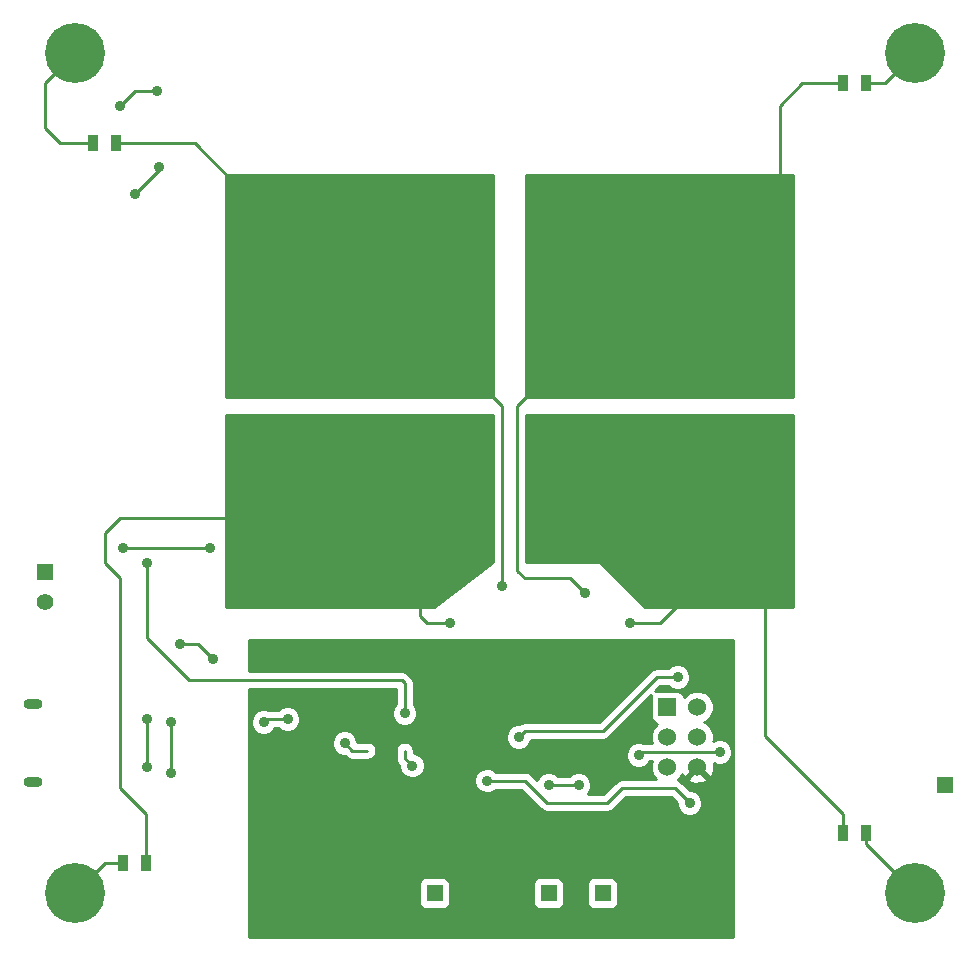
<source format=gbl>
G04 (created by PCBNEW (2013-07-07 BZR 4022)-stable) date 10/4/2015 12:30:07 PM*
%MOIN*%
G04 Gerber Fmt 3.4, Leading zero omitted, Abs format*
%FSLAX34Y34*%
G01*
G70*
G90*
G04 APERTURE LIST*
%ADD10C,0.00590551*%
%ADD11O,0.0629921X0.0354331*%
%ADD12R,0.06X0.06*%
%ADD13C,0.06*%
%ADD14R,0.055X0.055*%
%ADD15C,0.055*%
%ADD16R,0.035X0.055*%
%ADD17C,0.2*%
%ADD18C,0.035*%
%ADD19C,0.01*%
G04 APERTURE END LIST*
G54D10*
G54D11*
X62600Y-80299D03*
X62600Y-77700D03*
G54D12*
X83750Y-77800D03*
G54D13*
X84750Y-77800D03*
X83750Y-78800D03*
X84750Y-78800D03*
X83750Y-79800D03*
X84750Y-79800D03*
G54D14*
X63000Y-73300D03*
G54D15*
X63000Y-74300D03*
G54D14*
X76000Y-84000D03*
X79800Y-84000D03*
X81600Y-84000D03*
X93000Y-80400D03*
G54D16*
X89625Y-57000D03*
X90375Y-57000D03*
X65375Y-59000D03*
X64625Y-59000D03*
X66375Y-83000D03*
X65625Y-83000D03*
X89625Y-82000D03*
X90375Y-82000D03*
G54D17*
X64000Y-56000D03*
X92000Y-56000D03*
X92000Y-84000D03*
X64000Y-84000D03*
G54D18*
X73000Y-79000D03*
X75250Y-79750D03*
X84500Y-81000D03*
X77750Y-80250D03*
X68600Y-76200D03*
X67500Y-75700D03*
X66000Y-60700D03*
X66800Y-59800D03*
X67200Y-80000D03*
X67200Y-78300D03*
X66750Y-57250D03*
X65500Y-57750D03*
X75000Y-78000D03*
X66400Y-73000D03*
X82800Y-79400D03*
X85500Y-79300D03*
X79800Y-80400D03*
X80800Y-80400D03*
X76500Y-75000D03*
X78250Y-73750D03*
X81000Y-74000D03*
X82500Y-75000D03*
X78700Y-83100D03*
X70100Y-75900D03*
X68500Y-72500D03*
X65600Y-72500D03*
X70300Y-79400D03*
X80750Y-83500D03*
X76500Y-83000D03*
X76750Y-79750D03*
X77500Y-77600D03*
X75500Y-76800D03*
X75750Y-78800D03*
X66400Y-79800D03*
X66400Y-78200D03*
X78800Y-78800D03*
X84100Y-76800D03*
X70300Y-78300D03*
X71100Y-78200D03*
G54D19*
X73750Y-79250D02*
X73250Y-79250D01*
X73250Y-79250D02*
X73000Y-79000D01*
X75000Y-79250D02*
X75000Y-79500D01*
X75000Y-79500D02*
X75250Y-79750D01*
X82250Y-80500D02*
X81750Y-81000D01*
X84000Y-80500D02*
X84500Y-81000D01*
X82250Y-80500D02*
X84000Y-80500D01*
X79750Y-81000D02*
X81750Y-81000D01*
X79500Y-80750D02*
X79750Y-81000D01*
X79000Y-80250D02*
X79500Y-80750D01*
X77750Y-80250D02*
X79000Y-80250D01*
X68600Y-76200D02*
X68100Y-75700D01*
X68100Y-75700D02*
X67500Y-75700D01*
X66000Y-60700D02*
X66800Y-59900D01*
X66800Y-59900D02*
X66800Y-59800D01*
X67200Y-80000D02*
X67200Y-78300D01*
X66000Y-57250D02*
X66750Y-57250D01*
X65500Y-57750D02*
X66000Y-57250D01*
X75000Y-78000D02*
X75000Y-77000D01*
X75000Y-77000D02*
X74900Y-76900D01*
X74900Y-76900D02*
X67800Y-76900D01*
X67800Y-76900D02*
X66400Y-75500D01*
X66400Y-75500D02*
X66400Y-73000D01*
X82800Y-79400D02*
X82900Y-79300D01*
X82900Y-79300D02*
X85500Y-79300D01*
X80800Y-80400D02*
X79800Y-80400D01*
X75500Y-74750D02*
X75500Y-74250D01*
X75750Y-75000D02*
X75500Y-74750D01*
X76500Y-75000D02*
X75750Y-75000D01*
X66375Y-83000D02*
X66375Y-81375D01*
X65500Y-71500D02*
X69500Y-71500D01*
X65000Y-72000D02*
X65500Y-71500D01*
X65000Y-73000D02*
X65000Y-72000D01*
X65500Y-73500D02*
X65000Y-73000D01*
X65500Y-80500D02*
X65500Y-73500D01*
X66375Y-81375D02*
X65500Y-80500D01*
X65375Y-59000D02*
X68000Y-59000D01*
X68000Y-59000D02*
X69250Y-60250D01*
X78250Y-67750D02*
X77750Y-67250D01*
X78250Y-73750D02*
X78250Y-67750D01*
X89625Y-57000D02*
X88250Y-57000D01*
X87500Y-57750D02*
X87500Y-60250D01*
X88250Y-57000D02*
X87500Y-57750D01*
X81000Y-74000D02*
X80500Y-73500D01*
X78750Y-67750D02*
X79250Y-67250D01*
X78750Y-73250D02*
X78750Y-67750D01*
X79000Y-73500D02*
X78750Y-73250D01*
X80500Y-73500D02*
X79000Y-73500D01*
X89625Y-82000D02*
X89625Y-81375D01*
X87000Y-78750D02*
X87000Y-74250D01*
X89625Y-81375D02*
X87000Y-78750D01*
X82500Y-75000D02*
X83500Y-75000D01*
X83500Y-75000D02*
X84250Y-74250D01*
X65600Y-72500D02*
X68500Y-72500D01*
X76750Y-77800D02*
X75750Y-78800D01*
X77300Y-77800D02*
X76750Y-77800D01*
X77500Y-77600D02*
X77300Y-77800D01*
X75500Y-76800D02*
X75500Y-78550D01*
X75500Y-78550D02*
X75750Y-78800D01*
X66400Y-79800D02*
X66400Y-78200D01*
X90375Y-57000D02*
X91000Y-57000D01*
X91000Y-57000D02*
X92000Y-56000D01*
X64625Y-59000D02*
X63500Y-59000D01*
X63000Y-57000D02*
X64000Y-56000D01*
X63000Y-58500D02*
X63000Y-57000D01*
X63500Y-59000D02*
X63000Y-58500D01*
X65625Y-83000D02*
X65000Y-83000D01*
X65000Y-83000D02*
X64000Y-84000D01*
X90375Y-82000D02*
X90375Y-82375D01*
X90375Y-82375D02*
X92000Y-84000D01*
X78800Y-78800D02*
X79000Y-78600D01*
X79000Y-78600D02*
X81600Y-78600D01*
X81600Y-78600D02*
X83400Y-76800D01*
X83400Y-76800D02*
X84100Y-76800D01*
X70300Y-78300D02*
X70400Y-78200D01*
X70400Y-78200D02*
X71100Y-78200D01*
G54D10*
G36*
X85950Y-85450D02*
X85925Y-85450D01*
X85925Y-79215D01*
X85860Y-79059D01*
X85741Y-78939D01*
X85584Y-78875D01*
X85415Y-78874D01*
X85293Y-78925D01*
X85299Y-78909D01*
X85300Y-78691D01*
X85216Y-78488D01*
X85061Y-78334D01*
X84980Y-78300D01*
X85061Y-78266D01*
X85215Y-78111D01*
X85299Y-77909D01*
X85300Y-77691D01*
X85216Y-77488D01*
X85061Y-77334D01*
X84859Y-77250D01*
X84641Y-77249D01*
X84438Y-77333D01*
X84300Y-77472D01*
X84300Y-77450D01*
X84262Y-77358D01*
X84191Y-77288D01*
X84099Y-77250D01*
X84000Y-77249D01*
X83400Y-77249D01*
X83355Y-77268D01*
X83524Y-77100D01*
X83798Y-77100D01*
X83858Y-77160D01*
X84015Y-77224D01*
X84184Y-77225D01*
X84340Y-77160D01*
X84460Y-77041D01*
X84524Y-76884D01*
X84525Y-76715D01*
X84460Y-76559D01*
X84341Y-76439D01*
X84184Y-76375D01*
X84015Y-76374D01*
X83859Y-76439D01*
X83798Y-76500D01*
X83400Y-76500D01*
X83285Y-76522D01*
X83187Y-76587D01*
X81475Y-78300D01*
X79000Y-78300D01*
X78885Y-78322D01*
X78807Y-78375D01*
X78807Y-78375D01*
X78715Y-78374D01*
X78559Y-78439D01*
X78439Y-78558D01*
X78375Y-78715D01*
X78374Y-78884D01*
X78439Y-79040D01*
X78558Y-79160D01*
X78715Y-79224D01*
X78884Y-79225D01*
X79040Y-79160D01*
X79160Y-79041D01*
X79218Y-78900D01*
X81600Y-78900D01*
X81600Y-78899D01*
X81714Y-78877D01*
X81714Y-78877D01*
X81812Y-78812D01*
X83218Y-77405D01*
X83200Y-77450D01*
X83199Y-77549D01*
X83199Y-78149D01*
X83237Y-78241D01*
X83308Y-78311D01*
X83400Y-78349D01*
X83422Y-78349D01*
X83284Y-78488D01*
X83200Y-78690D01*
X83199Y-78908D01*
X83237Y-79000D01*
X82944Y-79000D01*
X82884Y-78975D01*
X82715Y-78974D01*
X82559Y-79039D01*
X82439Y-79158D01*
X82375Y-79315D01*
X82374Y-79484D01*
X82439Y-79640D01*
X82558Y-79760D01*
X82715Y-79824D01*
X82884Y-79825D01*
X83040Y-79760D01*
X83160Y-79641D01*
X83177Y-79600D01*
X83237Y-79600D01*
X83200Y-79690D01*
X83199Y-79908D01*
X83283Y-80111D01*
X83372Y-80200D01*
X82250Y-80200D01*
X82135Y-80222D01*
X82037Y-80287D01*
X81625Y-80700D01*
X81101Y-80700D01*
X81160Y-80641D01*
X81224Y-80484D01*
X81225Y-80315D01*
X81160Y-80159D01*
X81041Y-80039D01*
X80884Y-79975D01*
X80715Y-79974D01*
X80559Y-80039D01*
X80498Y-80100D01*
X80101Y-80100D01*
X80041Y-80039D01*
X79884Y-79975D01*
X79715Y-79974D01*
X79559Y-80039D01*
X79439Y-80158D01*
X79408Y-80234D01*
X79212Y-80037D01*
X79114Y-79972D01*
X79000Y-79950D01*
X78051Y-79950D01*
X77991Y-79889D01*
X77834Y-79825D01*
X77665Y-79824D01*
X77509Y-79889D01*
X77389Y-80008D01*
X77325Y-80165D01*
X77324Y-80334D01*
X77389Y-80490D01*
X77508Y-80610D01*
X77665Y-80674D01*
X77834Y-80675D01*
X77990Y-80610D01*
X78051Y-80550D01*
X78875Y-80550D01*
X79287Y-80962D01*
X79287Y-80962D01*
X79287Y-80962D01*
X79537Y-81212D01*
X79537Y-81212D01*
X79635Y-81277D01*
X79750Y-81300D01*
X81750Y-81300D01*
X81750Y-81299D01*
X81864Y-81277D01*
X81864Y-81277D01*
X81962Y-81212D01*
X82374Y-80800D01*
X83875Y-80800D01*
X84075Y-80999D01*
X84074Y-81084D01*
X84139Y-81240D01*
X84258Y-81360D01*
X84415Y-81424D01*
X84584Y-81425D01*
X84740Y-81360D01*
X84860Y-81241D01*
X84924Y-81084D01*
X84925Y-80915D01*
X84860Y-80759D01*
X84741Y-80639D01*
X84584Y-80575D01*
X84499Y-80574D01*
X84212Y-80287D01*
X84114Y-80222D01*
X84106Y-80221D01*
X84215Y-80111D01*
X84247Y-80036D01*
X84268Y-80087D01*
X84364Y-80115D01*
X84679Y-79800D01*
X84673Y-79794D01*
X84744Y-79723D01*
X84750Y-79729D01*
X84755Y-79723D01*
X84826Y-79794D01*
X84820Y-79800D01*
X85135Y-80115D01*
X85231Y-80087D01*
X85304Y-79881D01*
X85294Y-79674D01*
X85415Y-79724D01*
X85584Y-79725D01*
X85740Y-79660D01*
X85860Y-79541D01*
X85924Y-79384D01*
X85925Y-79215D01*
X85925Y-85450D01*
X85065Y-85450D01*
X85065Y-80185D01*
X84750Y-79870D01*
X84434Y-80185D01*
X84462Y-80281D01*
X84668Y-80354D01*
X84886Y-80343D01*
X85037Y-80281D01*
X85065Y-80185D01*
X85065Y-85450D01*
X82125Y-85450D01*
X82125Y-84225D01*
X82125Y-83675D01*
X82087Y-83583D01*
X82016Y-83513D01*
X81924Y-83475D01*
X81825Y-83474D01*
X81275Y-83474D01*
X81183Y-83512D01*
X81113Y-83583D01*
X81075Y-83675D01*
X81074Y-83774D01*
X81074Y-84324D01*
X81112Y-84416D01*
X81183Y-84486D01*
X81275Y-84524D01*
X81374Y-84525D01*
X81924Y-84525D01*
X82016Y-84487D01*
X82086Y-84416D01*
X82124Y-84324D01*
X82125Y-84225D01*
X82125Y-85450D01*
X80325Y-85450D01*
X80325Y-84225D01*
X80325Y-83675D01*
X80287Y-83583D01*
X80216Y-83513D01*
X80124Y-83475D01*
X80025Y-83474D01*
X79475Y-83474D01*
X79383Y-83512D01*
X79313Y-83583D01*
X79275Y-83675D01*
X79274Y-83774D01*
X79274Y-84324D01*
X79312Y-84416D01*
X79383Y-84486D01*
X79475Y-84524D01*
X79574Y-84525D01*
X80124Y-84525D01*
X80216Y-84487D01*
X80286Y-84416D01*
X80324Y-84324D01*
X80325Y-84225D01*
X80325Y-85450D01*
X76525Y-85450D01*
X76525Y-84225D01*
X76525Y-83675D01*
X76487Y-83583D01*
X76416Y-83513D01*
X76324Y-83475D01*
X76225Y-83474D01*
X75675Y-83474D01*
X75675Y-83475D01*
X75675Y-79665D01*
X75610Y-79509D01*
X75491Y-79389D01*
X75334Y-79325D01*
X75300Y-79325D01*
X75300Y-79250D01*
X75277Y-79135D01*
X75212Y-79037D01*
X75114Y-78972D01*
X75000Y-78950D01*
X74885Y-78972D01*
X74787Y-79037D01*
X74722Y-79135D01*
X74700Y-79250D01*
X74700Y-79500D01*
X74722Y-79614D01*
X74787Y-79712D01*
X74825Y-79749D01*
X74824Y-79834D01*
X74889Y-79990D01*
X75008Y-80110D01*
X75165Y-80174D01*
X75334Y-80175D01*
X75490Y-80110D01*
X75610Y-79991D01*
X75674Y-79834D01*
X75675Y-79665D01*
X75675Y-83475D01*
X75583Y-83512D01*
X75513Y-83583D01*
X75475Y-83675D01*
X75474Y-83774D01*
X75474Y-84324D01*
X75512Y-84416D01*
X75583Y-84486D01*
X75675Y-84524D01*
X75774Y-84525D01*
X76324Y-84525D01*
X76416Y-84487D01*
X76486Y-84416D01*
X76524Y-84324D01*
X76525Y-84225D01*
X76525Y-85450D01*
X74050Y-85450D01*
X74050Y-79250D01*
X74027Y-79135D01*
X73962Y-79037D01*
X73864Y-78972D01*
X73750Y-78950D01*
X73425Y-78950D01*
X73425Y-78915D01*
X73360Y-78759D01*
X73241Y-78639D01*
X73084Y-78575D01*
X72915Y-78574D01*
X72759Y-78639D01*
X72639Y-78758D01*
X72575Y-78915D01*
X72574Y-79084D01*
X72639Y-79240D01*
X72758Y-79360D01*
X72915Y-79424D01*
X73000Y-79425D01*
X73037Y-79462D01*
X73037Y-79462D01*
X73135Y-79527D01*
X73250Y-79550D01*
X73750Y-79550D01*
X73864Y-79527D01*
X73962Y-79462D01*
X74027Y-79364D01*
X74050Y-79250D01*
X74050Y-85450D01*
X71525Y-85450D01*
X71525Y-78115D01*
X71460Y-77959D01*
X71341Y-77839D01*
X71184Y-77775D01*
X71015Y-77774D01*
X70859Y-77839D01*
X70798Y-77900D01*
X70444Y-77900D01*
X70384Y-77875D01*
X70215Y-77874D01*
X70059Y-77939D01*
X69939Y-78058D01*
X69875Y-78215D01*
X69874Y-78384D01*
X69939Y-78540D01*
X70058Y-78660D01*
X70215Y-78724D01*
X70384Y-78725D01*
X70540Y-78660D01*
X70660Y-78541D01*
X70677Y-78500D01*
X70798Y-78500D01*
X70858Y-78560D01*
X71015Y-78624D01*
X71184Y-78625D01*
X71340Y-78560D01*
X71460Y-78441D01*
X71524Y-78284D01*
X71525Y-78115D01*
X71525Y-85450D01*
X69800Y-85450D01*
X69800Y-77200D01*
X74700Y-77200D01*
X74700Y-77698D01*
X74639Y-77758D01*
X74575Y-77915D01*
X74574Y-78084D01*
X74639Y-78240D01*
X74758Y-78360D01*
X74915Y-78424D01*
X75084Y-78425D01*
X75240Y-78360D01*
X75360Y-78241D01*
X75424Y-78084D01*
X75425Y-77915D01*
X75360Y-77759D01*
X75300Y-77698D01*
X75300Y-77000D01*
X75277Y-76885D01*
X75212Y-76787D01*
X75212Y-76787D01*
X75112Y-76687D01*
X75014Y-76622D01*
X74900Y-76600D01*
X69800Y-76600D01*
X69800Y-75550D01*
X85950Y-75550D01*
X85950Y-85450D01*
X85950Y-85450D01*
G37*
G54D19*
X85950Y-85450D02*
X85925Y-85450D01*
X85925Y-79215D01*
X85860Y-79059D01*
X85741Y-78939D01*
X85584Y-78875D01*
X85415Y-78874D01*
X85293Y-78925D01*
X85299Y-78909D01*
X85300Y-78691D01*
X85216Y-78488D01*
X85061Y-78334D01*
X84980Y-78300D01*
X85061Y-78266D01*
X85215Y-78111D01*
X85299Y-77909D01*
X85300Y-77691D01*
X85216Y-77488D01*
X85061Y-77334D01*
X84859Y-77250D01*
X84641Y-77249D01*
X84438Y-77333D01*
X84300Y-77472D01*
X84300Y-77450D01*
X84262Y-77358D01*
X84191Y-77288D01*
X84099Y-77250D01*
X84000Y-77249D01*
X83400Y-77249D01*
X83355Y-77268D01*
X83524Y-77100D01*
X83798Y-77100D01*
X83858Y-77160D01*
X84015Y-77224D01*
X84184Y-77225D01*
X84340Y-77160D01*
X84460Y-77041D01*
X84524Y-76884D01*
X84525Y-76715D01*
X84460Y-76559D01*
X84341Y-76439D01*
X84184Y-76375D01*
X84015Y-76374D01*
X83859Y-76439D01*
X83798Y-76500D01*
X83400Y-76500D01*
X83285Y-76522D01*
X83187Y-76587D01*
X81475Y-78300D01*
X79000Y-78300D01*
X78885Y-78322D01*
X78807Y-78375D01*
X78807Y-78375D01*
X78715Y-78374D01*
X78559Y-78439D01*
X78439Y-78558D01*
X78375Y-78715D01*
X78374Y-78884D01*
X78439Y-79040D01*
X78558Y-79160D01*
X78715Y-79224D01*
X78884Y-79225D01*
X79040Y-79160D01*
X79160Y-79041D01*
X79218Y-78900D01*
X81600Y-78900D01*
X81600Y-78899D01*
X81714Y-78877D01*
X81714Y-78877D01*
X81812Y-78812D01*
X83218Y-77405D01*
X83200Y-77450D01*
X83199Y-77549D01*
X83199Y-78149D01*
X83237Y-78241D01*
X83308Y-78311D01*
X83400Y-78349D01*
X83422Y-78349D01*
X83284Y-78488D01*
X83200Y-78690D01*
X83199Y-78908D01*
X83237Y-79000D01*
X82944Y-79000D01*
X82884Y-78975D01*
X82715Y-78974D01*
X82559Y-79039D01*
X82439Y-79158D01*
X82375Y-79315D01*
X82374Y-79484D01*
X82439Y-79640D01*
X82558Y-79760D01*
X82715Y-79824D01*
X82884Y-79825D01*
X83040Y-79760D01*
X83160Y-79641D01*
X83177Y-79600D01*
X83237Y-79600D01*
X83200Y-79690D01*
X83199Y-79908D01*
X83283Y-80111D01*
X83372Y-80200D01*
X82250Y-80200D01*
X82135Y-80222D01*
X82037Y-80287D01*
X81625Y-80700D01*
X81101Y-80700D01*
X81160Y-80641D01*
X81224Y-80484D01*
X81225Y-80315D01*
X81160Y-80159D01*
X81041Y-80039D01*
X80884Y-79975D01*
X80715Y-79974D01*
X80559Y-80039D01*
X80498Y-80100D01*
X80101Y-80100D01*
X80041Y-80039D01*
X79884Y-79975D01*
X79715Y-79974D01*
X79559Y-80039D01*
X79439Y-80158D01*
X79408Y-80234D01*
X79212Y-80037D01*
X79114Y-79972D01*
X79000Y-79950D01*
X78051Y-79950D01*
X77991Y-79889D01*
X77834Y-79825D01*
X77665Y-79824D01*
X77509Y-79889D01*
X77389Y-80008D01*
X77325Y-80165D01*
X77324Y-80334D01*
X77389Y-80490D01*
X77508Y-80610D01*
X77665Y-80674D01*
X77834Y-80675D01*
X77990Y-80610D01*
X78051Y-80550D01*
X78875Y-80550D01*
X79287Y-80962D01*
X79287Y-80962D01*
X79287Y-80962D01*
X79537Y-81212D01*
X79537Y-81212D01*
X79635Y-81277D01*
X79750Y-81300D01*
X81750Y-81300D01*
X81750Y-81299D01*
X81864Y-81277D01*
X81864Y-81277D01*
X81962Y-81212D01*
X82374Y-80800D01*
X83875Y-80800D01*
X84075Y-80999D01*
X84074Y-81084D01*
X84139Y-81240D01*
X84258Y-81360D01*
X84415Y-81424D01*
X84584Y-81425D01*
X84740Y-81360D01*
X84860Y-81241D01*
X84924Y-81084D01*
X84925Y-80915D01*
X84860Y-80759D01*
X84741Y-80639D01*
X84584Y-80575D01*
X84499Y-80574D01*
X84212Y-80287D01*
X84114Y-80222D01*
X84106Y-80221D01*
X84215Y-80111D01*
X84247Y-80036D01*
X84268Y-80087D01*
X84364Y-80115D01*
X84679Y-79800D01*
X84673Y-79794D01*
X84744Y-79723D01*
X84750Y-79729D01*
X84755Y-79723D01*
X84826Y-79794D01*
X84820Y-79800D01*
X85135Y-80115D01*
X85231Y-80087D01*
X85304Y-79881D01*
X85294Y-79674D01*
X85415Y-79724D01*
X85584Y-79725D01*
X85740Y-79660D01*
X85860Y-79541D01*
X85924Y-79384D01*
X85925Y-79215D01*
X85925Y-85450D01*
X85065Y-85450D01*
X85065Y-80185D01*
X84750Y-79870D01*
X84434Y-80185D01*
X84462Y-80281D01*
X84668Y-80354D01*
X84886Y-80343D01*
X85037Y-80281D01*
X85065Y-80185D01*
X85065Y-85450D01*
X82125Y-85450D01*
X82125Y-84225D01*
X82125Y-83675D01*
X82087Y-83583D01*
X82016Y-83513D01*
X81924Y-83475D01*
X81825Y-83474D01*
X81275Y-83474D01*
X81183Y-83512D01*
X81113Y-83583D01*
X81075Y-83675D01*
X81074Y-83774D01*
X81074Y-84324D01*
X81112Y-84416D01*
X81183Y-84486D01*
X81275Y-84524D01*
X81374Y-84525D01*
X81924Y-84525D01*
X82016Y-84487D01*
X82086Y-84416D01*
X82124Y-84324D01*
X82125Y-84225D01*
X82125Y-85450D01*
X80325Y-85450D01*
X80325Y-84225D01*
X80325Y-83675D01*
X80287Y-83583D01*
X80216Y-83513D01*
X80124Y-83475D01*
X80025Y-83474D01*
X79475Y-83474D01*
X79383Y-83512D01*
X79313Y-83583D01*
X79275Y-83675D01*
X79274Y-83774D01*
X79274Y-84324D01*
X79312Y-84416D01*
X79383Y-84486D01*
X79475Y-84524D01*
X79574Y-84525D01*
X80124Y-84525D01*
X80216Y-84487D01*
X80286Y-84416D01*
X80324Y-84324D01*
X80325Y-84225D01*
X80325Y-85450D01*
X76525Y-85450D01*
X76525Y-84225D01*
X76525Y-83675D01*
X76487Y-83583D01*
X76416Y-83513D01*
X76324Y-83475D01*
X76225Y-83474D01*
X75675Y-83474D01*
X75675Y-83475D01*
X75675Y-79665D01*
X75610Y-79509D01*
X75491Y-79389D01*
X75334Y-79325D01*
X75300Y-79325D01*
X75300Y-79250D01*
X75277Y-79135D01*
X75212Y-79037D01*
X75114Y-78972D01*
X75000Y-78950D01*
X74885Y-78972D01*
X74787Y-79037D01*
X74722Y-79135D01*
X74700Y-79250D01*
X74700Y-79500D01*
X74722Y-79614D01*
X74787Y-79712D01*
X74825Y-79749D01*
X74824Y-79834D01*
X74889Y-79990D01*
X75008Y-80110D01*
X75165Y-80174D01*
X75334Y-80175D01*
X75490Y-80110D01*
X75610Y-79991D01*
X75674Y-79834D01*
X75675Y-79665D01*
X75675Y-83475D01*
X75583Y-83512D01*
X75513Y-83583D01*
X75475Y-83675D01*
X75474Y-83774D01*
X75474Y-84324D01*
X75512Y-84416D01*
X75583Y-84486D01*
X75675Y-84524D01*
X75774Y-84525D01*
X76324Y-84525D01*
X76416Y-84487D01*
X76486Y-84416D01*
X76524Y-84324D01*
X76525Y-84225D01*
X76525Y-85450D01*
X74050Y-85450D01*
X74050Y-79250D01*
X74027Y-79135D01*
X73962Y-79037D01*
X73864Y-78972D01*
X73750Y-78950D01*
X73425Y-78950D01*
X73425Y-78915D01*
X73360Y-78759D01*
X73241Y-78639D01*
X73084Y-78575D01*
X72915Y-78574D01*
X72759Y-78639D01*
X72639Y-78758D01*
X72575Y-78915D01*
X72574Y-79084D01*
X72639Y-79240D01*
X72758Y-79360D01*
X72915Y-79424D01*
X73000Y-79425D01*
X73037Y-79462D01*
X73037Y-79462D01*
X73135Y-79527D01*
X73250Y-79550D01*
X73750Y-79550D01*
X73864Y-79527D01*
X73962Y-79462D01*
X74027Y-79364D01*
X74050Y-79250D01*
X74050Y-85450D01*
X71525Y-85450D01*
X71525Y-78115D01*
X71460Y-77959D01*
X71341Y-77839D01*
X71184Y-77775D01*
X71015Y-77774D01*
X70859Y-77839D01*
X70798Y-77900D01*
X70444Y-77900D01*
X70384Y-77875D01*
X70215Y-77874D01*
X70059Y-77939D01*
X69939Y-78058D01*
X69875Y-78215D01*
X69874Y-78384D01*
X69939Y-78540D01*
X70058Y-78660D01*
X70215Y-78724D01*
X70384Y-78725D01*
X70540Y-78660D01*
X70660Y-78541D01*
X70677Y-78500D01*
X70798Y-78500D01*
X70858Y-78560D01*
X71015Y-78624D01*
X71184Y-78625D01*
X71340Y-78560D01*
X71460Y-78441D01*
X71524Y-78284D01*
X71525Y-78115D01*
X71525Y-85450D01*
X69800Y-85450D01*
X69800Y-77200D01*
X74700Y-77200D01*
X74700Y-77698D01*
X74639Y-77758D01*
X74575Y-77915D01*
X74574Y-78084D01*
X74639Y-78240D01*
X74758Y-78360D01*
X74915Y-78424D01*
X75084Y-78425D01*
X75240Y-78360D01*
X75360Y-78241D01*
X75424Y-78084D01*
X75425Y-77915D01*
X75360Y-77759D01*
X75300Y-77698D01*
X75300Y-77000D01*
X75277Y-76885D01*
X75212Y-76787D01*
X75212Y-76787D01*
X75112Y-76687D01*
X75014Y-76622D01*
X74900Y-76600D01*
X69800Y-76600D01*
X69800Y-75550D01*
X85950Y-75550D01*
X85950Y-85450D01*
G54D10*
G36*
X77950Y-72975D02*
X75983Y-74450D01*
X69050Y-74450D01*
X69050Y-68050D01*
X77950Y-68050D01*
X77950Y-72975D01*
X77950Y-72975D01*
G37*
G54D19*
X77950Y-72975D02*
X75983Y-74450D01*
X69050Y-74450D01*
X69050Y-68050D01*
X77950Y-68050D01*
X77950Y-72975D01*
G54D10*
G36*
X77950Y-67450D02*
X69050Y-67450D01*
X69050Y-60050D01*
X77950Y-60050D01*
X77950Y-67450D01*
X77950Y-67450D01*
G37*
G54D19*
X77950Y-67450D02*
X69050Y-67450D01*
X69050Y-60050D01*
X77950Y-60050D01*
X77950Y-67450D01*
G54D10*
G36*
X87950Y-67450D02*
X79050Y-67450D01*
X79050Y-60050D01*
X87950Y-60050D01*
X87950Y-67450D01*
X87950Y-67450D01*
G37*
G54D19*
X87950Y-67450D02*
X79050Y-67450D01*
X79050Y-60050D01*
X87950Y-60050D01*
X87950Y-67450D01*
G54D10*
G36*
X87950Y-74450D02*
X83020Y-74450D01*
X81520Y-72950D01*
X79050Y-72950D01*
X79050Y-68050D01*
X87950Y-68050D01*
X87950Y-74450D01*
X87950Y-74450D01*
G37*
G54D19*
X87950Y-74450D02*
X83020Y-74450D01*
X81520Y-72950D01*
X79050Y-72950D01*
X79050Y-68050D01*
X87950Y-68050D01*
X87950Y-74450D01*
M02*

</source>
